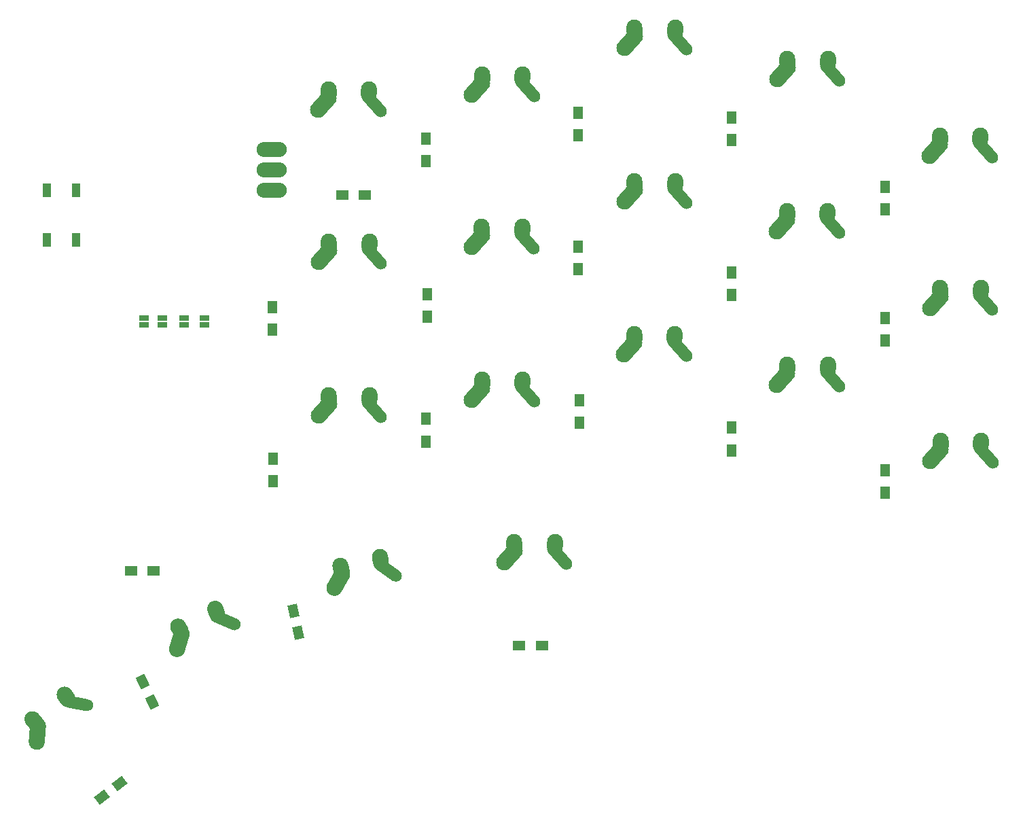
<source format=gbr>
%TF.GenerationSoftware,KiCad,Pcbnew,(5.99.0-11550-g369d813a32)*%
%TF.CreationDate,2021-07-28T19:46:19+05:30*%
%TF.ProjectId,Pteron36v0,50746572-6f6e-4333-9676-302e6b696361,rev?*%
%TF.SameCoordinates,Original*%
%TF.FileFunction,Paste,Top*%
%TF.FilePolarity,Positive*%
%FSLAX46Y46*%
G04 Gerber Fmt 4.6, Leading zero omitted, Abs format (unit mm)*
G04 Created by KiCad (PCBNEW (5.99.0-11550-g369d813a32)) date 2021-07-28 19:46:19*
%MOMM*%
%LPD*%
G01*
G04 APERTURE LIST*
G04 Aperture macros list*
%AMHorizOval*
0 Thick line with rounded ends*
0 $1 width*
0 $2 $3 position (X,Y) of the first rounded end (center of the circle)*
0 $4 $5 position (X,Y) of the second rounded end (center of the circle)*
0 Add line between two ends*
20,1,$1,$2,$3,$4,$5,0*
0 Add two circle primitives to create the rounded ends*
1,1,$1,$2,$3*
1,1,$1,$4,$5*%
%AMRotRect*
0 Rectangle, with rotation*
0 The origin of the aperture is its center*
0 $1 length*
0 $2 width*
0 $3 Rotation angle, in degrees counterclockwise*
0 Add horizontal line*
21,1,$1,$2,0,0,$3*%
G04 Aperture macros list end*
%ADD10HorizOval,1.500000X-1.209775X0.226403X1.209775X-0.226403X0*%
%ADD11HorizOval,2.000000X-0.160865X0.242121X0.160865X-0.242121X0*%
%ADD12HorizOval,2.000000X0.075244X0.977887X-0.075244X-0.977887X0*%
%ADD13HorizOval,2.000000X-0.192616X0.217713X0.192616X-0.217713X0*%
%ADD14HorizOval,2.000000X-0.019771X-0.290016X0.019771X0.290016X0*%
%ADD15HorizOval,1.500000X-0.821954X0.916082X0.821954X-0.916082X0*%
%ADD16HorizOval,2.000000X0.654995X0.730004X-0.654995X-0.730004X0*%
%ADD17HorizOval,2.000000X-0.020277X0.289981X0.020277X-0.289981X0*%
%ADD18HorizOval,1.500000X-1.000747X0.716464X1.000747X-0.716464X0*%
%ADD19HorizOval,2.000000X-0.043468X0.287421X0.043468X-0.287421X0*%
%ADD20HorizOval,2.000000X-0.082560X0.278718X0.082560X-0.278718X0*%
%ADD21HorizOval,2.000000X0.481468X0.854467X-0.481468X-0.854467X0*%
%ADD22R,1.200000X1.600000*%
%ADD23R,1.600000X1.200000*%
%ADD24HorizOval,2.000000X-0.104647X0.271199X0.104647X-0.271199X0*%
%ADD25HorizOval,1.500000X-1.132096X0.482880X1.132096X-0.482880X0*%
%ADD26HorizOval,2.000000X-0.140929X0.254242X0.140929X-0.254242X0*%
%ADD27HorizOval,2.000000X0.285114X0.938422X-0.285114X-0.938422X0*%
%ADD28R,1.270000X0.635000*%
%ADD29R,1.100000X1.800000*%
%ADD30O,3.759200X1.879600*%
%ADD31RotRect,1.600000X1.200000X37.500000*%
%ADD32RotRect,1.600000X1.200000X115.000000*%
%ADD33RotRect,1.600000X1.200000X102.500000*%
G04 APERTURE END LIST*
D10*
%TO.C,SW20*%
X118683603Y-140508084D03*
D11*
X117254506Y-139688751D03*
D12*
X113677543Y-144349369D03*
D13*
X113256005Y-142756908D03*
%TD*%
D14*
%TO.C,SW27*%
X155054645Y-83344727D03*
D15*
X155689645Y-84864727D03*
D16*
X149379645Y-84864727D03*
D17*
X150014645Y-83344727D03*
%TD*%
D14*
%TO.C,SW19*%
X193134760Y-94810009D03*
D15*
X193769760Y-96330009D03*
D17*
X188094760Y-94810009D03*
D16*
X187459760Y-96330009D03*
%TD*%
D15*
%TO.C,SW26*%
X155646001Y-65829832D03*
D14*
X155011001Y-64309832D03*
D17*
X149971001Y-64309832D03*
D16*
X149336001Y-65829832D03*
%TD*%
D14*
%TO.C,SW23*%
X174097782Y-81459207D03*
D15*
X174732782Y-82979207D03*
D17*
X169057782Y-81459207D03*
D16*
X168422782Y-82979207D03*
%TD*%
D14*
%TO.C,SW28*%
X155074023Y-102470179D03*
D15*
X155709023Y-103990179D03*
D17*
X150034023Y-102470179D03*
D16*
X149399023Y-103990179D03*
%TD*%
D14*
%TO.C,SW22*%
X174144694Y-62448582D03*
D15*
X174779694Y-63968582D03*
D16*
X168469694Y-63968582D03*
D17*
X169104694Y-62448582D03*
%TD*%
D14*
%TO.C,SW24*%
X174141427Y-100494103D03*
D15*
X174776427Y-102014103D03*
D16*
X168466427Y-102014103D03*
D17*
X169101427Y-100494103D03*
%TD*%
D15*
%TO.C,SW12*%
X212857729Y-62039418D03*
D14*
X212222729Y-60519418D03*
D16*
X206547729Y-62039418D03*
D17*
X207182729Y-60519418D03*
%TD*%
D18*
%TO.C,SW10*%
X157377854Y-123938379D03*
D19*
X156428918Y-122591848D03*
D20*
X151508386Y-123682704D03*
D21*
X151217427Y-125304113D03*
%TD*%
D14*
%TO.C,SW9*%
X231297191Y-108141435D03*
D15*
X231932191Y-109661435D03*
D17*
X226257191Y-108141435D03*
D16*
X225622191Y-109661435D03*
%TD*%
D15*
%TO.C,SW8*%
X231888550Y-90626534D03*
D14*
X231253550Y-89106534D03*
D17*
X226213550Y-89106534D03*
D16*
X225578550Y-90626534D03*
%TD*%
D22*
%TO.C,D22*%
X162114161Y-70181297D03*
X162114161Y-72981297D03*
%TD*%
%TO.C,D19*%
X181289170Y-102741131D03*
X181289170Y-105541131D03*
%TD*%
D23*
%TO.C,D26*%
X151718369Y-77212943D03*
X154518369Y-77212943D03*
%TD*%
D22*
%TO.C,D28*%
X143092015Y-110021782D03*
X143092015Y-112821782D03*
%TD*%
%TO.C,D27*%
X142999847Y-91168004D03*
X142999847Y-93968004D03*
%TD*%
%TO.C,D14*%
X200213177Y-106207103D03*
X200213177Y-109007103D03*
%TD*%
%TO.C,D24*%
X162104377Y-105108300D03*
X162104377Y-107908300D03*
%TD*%
%TO.C,D9*%
X219320188Y-111531435D03*
X219320188Y-114331435D03*
%TD*%
D15*
%TO.C,SW17*%
X193797292Y-58193929D03*
D14*
X193162292Y-56673929D03*
D16*
X187487292Y-58193929D03*
D17*
X188122292Y-56673929D03*
%TD*%
D22*
%TO.C,D13*%
X200242334Y-86900540D03*
X200242334Y-89700540D03*
%TD*%
D24*
%TO.C,SW15*%
X135914163Y-129063461D03*
D25*
X137132048Y-130172686D03*
D26*
X131346372Y-131193457D03*
D27*
X131413246Y-132839407D03*
%TD*%
D14*
%TO.C,SW14*%
X212195192Y-98655490D03*
D15*
X212830192Y-100175490D03*
D17*
X207155192Y-98655490D03*
D16*
X206520192Y-100175490D03*
%TD*%
D15*
%TO.C,SW7*%
X231844902Y-71591632D03*
D14*
X231209902Y-70071632D03*
D17*
X226169902Y-70071632D03*
D16*
X225534902Y-71591632D03*
%TD*%
D22*
%TO.C,D17*%
X181083769Y-66999142D03*
X181083769Y-69799142D03*
%TD*%
%TO.C,D8*%
X219320189Y-92496535D03*
X219320189Y-95296535D03*
%TD*%
D14*
%TO.C,SW18*%
X193181675Y-75799380D03*
D15*
X193816675Y-77319380D03*
D17*
X188141675Y-75799380D03*
D16*
X187506675Y-77319380D03*
%TD*%
D22*
%TO.C,D23*%
X162266117Y-89536384D03*
X162266117Y-92336384D03*
%TD*%
%TO.C,D18*%
X181083770Y-83636143D03*
X181083770Y-86436143D03*
%TD*%
%TO.C,D12*%
X200242333Y-67557942D03*
X200242333Y-70357942D03*
%TD*%
%TO.C,D7*%
X219320190Y-76192116D03*
X219320190Y-78992116D03*
%TD*%
D28*
%TO.C,JP1*%
X134500169Y-92511363D03*
X134500169Y-93410523D03*
%TD*%
%TO.C,JP2*%
X131960168Y-92511364D03*
X131960168Y-93410524D03*
%TD*%
%TO.C,JP3*%
X129293169Y-92511364D03*
X129293169Y-93410524D03*
%TD*%
%TO.C,JP4*%
X127007168Y-92511364D03*
X127007168Y-93410524D03*
%TD*%
D29*
%TO.C,RST1*%
X114844770Y-76602142D03*
X114844770Y-82802142D03*
X118544770Y-82802142D03*
X118544770Y-76602142D03*
%TD*%
D30*
%TO.C,PWM_PAD2*%
X142856770Y-71574144D03*
X142856770Y-74114144D03*
X142856770Y-76654144D03*
%TD*%
D23*
%TO.C,D_RE1*%
X125327767Y-124025143D03*
X128127767Y-124025143D03*
%TD*%
D14*
%TO.C,SW13*%
X212175820Y-79530046D03*
D15*
X212810820Y-81050046D03*
D17*
X207135820Y-79530046D03*
D16*
X206500820Y-81050046D03*
%TD*%
D15*
%TO.C,SW25*%
X178811513Y-122220813D03*
D14*
X178176513Y-120700813D03*
D16*
X172501513Y-122220813D03*
D17*
X173136513Y-120700813D03*
%TD*%
D23*
%TO.C,D25*%
X176548514Y-133364814D03*
X173748514Y-133364814D03*
%TD*%
D31*
%TO.C,D20*%
X123935209Y-150546547D03*
X121713819Y-152251079D03*
%TD*%
D32*
%TO.C,D15*%
X126771101Y-137869312D03*
X127954433Y-140406974D03*
%TD*%
D33*
%TO.C,D10*%
X145601754Y-129008327D03*
X146207784Y-131741955D03*
%TD*%
M02*

</source>
